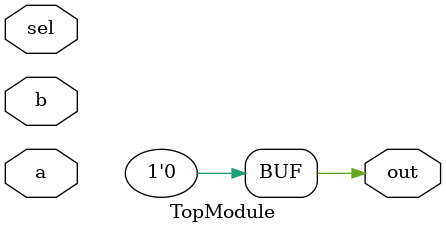
<source format=v>
module TopModule (
  input a,
  input b,
  input sel,
  output out
);

  // Module body - leave empty or add minimal placeholder
  assign out = 0; 

endmodule
</source>
